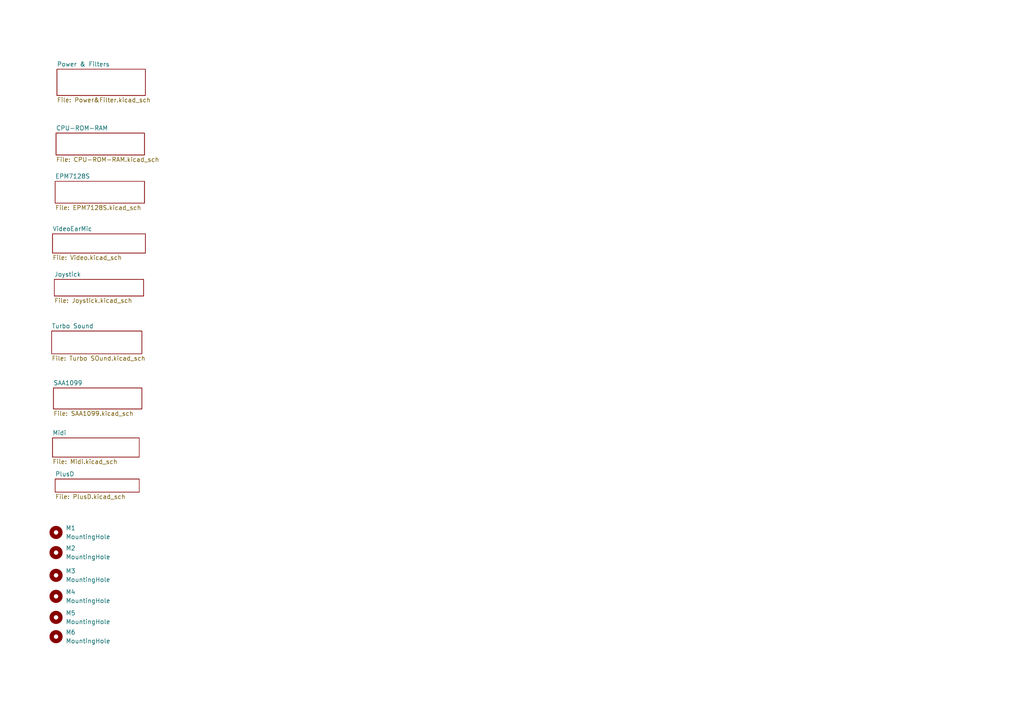
<source format=kicad_sch>
(kicad_sch
	(version 20250114)
	(generator "eeschema")
	(generator_version "9.0")
	(uuid "146308b4-769b-4acb-acdb-ba3d983fa25f")
	(paper "A4")
	(lib_symbols
		(symbol "Max128_Issue5:MountingHole"
			(pin_names
				(offset 1.016)
			)
			(exclude_from_sim no)
			(in_bom no)
			(on_board yes)
			(property "Reference" "H"
				(at 0 5.08 0)
				(effects
					(font
						(size 1.27 1.27)
					)
				)
			)
			(property "Value" "MountingHole"
				(at 0 3.175 0)
				(effects
					(font
						(size 1.27 1.27)
					)
				)
			)
			(property "Footprint" "Mod:MountingHole_3.2mm_M3_DIN965"
				(at 0 0 0)
				(effects
					(font
						(size 1.27 1.27)
					)
					(hide yes)
				)
			)
			(property "Datasheet" "~"
				(at 0 0 0)
				(effects
					(font
						(size 1.27 1.27)
					)
					(hide yes)
				)
			)
			(property "Description" "Mounting Hole without connection"
				(at 0 0 0)
				(effects
					(font
						(size 1.27 1.27)
					)
					(hide yes)
				)
			)
			(property "ki_keywords" "mounting hole"
				(at 0 0 0)
				(effects
					(font
						(size 1.27 1.27)
					)
					(hide yes)
				)
			)
			(property "ki_fp_filters" "MountingHole*"
				(at 0 0 0)
				(effects
					(font
						(size 1.27 1.27)
					)
					(hide yes)
				)
			)
			(symbol "MountingHole_0_1"
				(circle
					(center 0 0)
					(radius 1.27)
					(stroke
						(width 1.27)
						(type default)
					)
					(fill
						(type none)
					)
				)
			)
			(embedded_fonts no)
		)
	)
	(symbol
		(lib_id "Max128_Issue5:MountingHole")
		(at 16.256 172.974 0)
		(unit 1)
		(exclude_from_sim no)
		(in_bom no)
		(on_board yes)
		(dnp no)
		(fields_autoplaced yes)
		(uuid "156b69b5-3c79-4da9-b045-8a28861ee803")
		(property "Reference" "M4"
			(at 19.05 171.7039 0)
			(effects
				(font
					(size 1.27 1.27)
				)
				(justify left)
			)
		)
		(property "Value" "MountingHole"
			(at 19.05 174.2439 0)
			(effects
				(font
					(size 1.27 1.27)
				)
				(justify left)
			)
		)
		(property "Footprint" "Mod:MountingHole_3.2mm_M3_DIN965"
			(at 16.256 172.974 0)
			(effects
				(font
					(size 1.27 1.27)
				)
				(hide yes)
			)
		)
		(property "Datasheet" "~"
			(at 16.256 172.974 0)
			(effects
				(font
					(size 1.27 1.27)
				)
				(hide yes)
			)
		)
		(property "Description" "Mounting Hole without connection"
			(at 16.256 172.974 0)
			(effects
				(font
					(size 1.27 1.27)
				)
				(hide yes)
			)
		)
		(instances
			(project "ZX Max 128 PlusD Issue1"
				(path "/146308b4-769b-4acb-acdb-ba3d983fa25f"
					(reference "M4")
					(unit 1)
				)
			)
		)
	)
	(symbol
		(lib_id "Max128_Issue5:MountingHole")
		(at 16.256 179.07 0)
		(unit 1)
		(exclude_from_sim no)
		(in_bom no)
		(on_board yes)
		(dnp no)
		(fields_autoplaced yes)
		(uuid "19650ccd-5106-4562-8a6c-fda2598cdf67")
		(property "Reference" "M5"
			(at 19.05 177.7999 0)
			(effects
				(font
					(size 1.27 1.27)
				)
				(justify left)
			)
		)
		(property "Value" "MountingHole"
			(at 19.05 180.3399 0)
			(effects
				(font
					(size 1.27 1.27)
				)
				(justify left)
			)
		)
		(property "Footprint" "Mod:MountingHole_3.2mm_M3_DIN965"
			(at 16.256 179.07 0)
			(effects
				(font
					(size 1.27 1.27)
				)
				(hide yes)
			)
		)
		(property "Datasheet" "~"
			(at 16.256 179.07 0)
			(effects
				(font
					(size 1.27 1.27)
				)
				(hide yes)
			)
		)
		(property "Description" "Mounting Hole without connection"
			(at 16.256 179.07 0)
			(effects
				(font
					(size 1.27 1.27)
				)
				(hide yes)
			)
		)
		(instances
			(project "ZX Max 128 PlusD Issue1"
				(path "/146308b4-769b-4acb-acdb-ba3d983fa25f"
					(reference "M5")
					(unit 1)
				)
			)
		)
	)
	(symbol
		(lib_id "Max128_Issue5:MountingHole")
		(at 16.256 184.658 0)
		(unit 1)
		(exclude_from_sim no)
		(in_bom no)
		(on_board yes)
		(dnp no)
		(fields_autoplaced yes)
		(uuid "1aef963f-0a92-4830-9e6a-5347922dc98d")
		(property "Reference" "M6"
			(at 19.05 183.3879 0)
			(effects
				(font
					(size 1.27 1.27)
				)
				(justify left)
			)
		)
		(property "Value" "MountingHole"
			(at 19.05 185.9279 0)
			(effects
				(font
					(size 1.27 1.27)
				)
				(justify left)
			)
		)
		(property "Footprint" "Mod:MountingHole_3.2mm_M3_DIN965"
			(at 16.256 184.658 0)
			(effects
				(font
					(size 1.27 1.27)
				)
				(hide yes)
			)
		)
		(property "Datasheet" "~"
			(at 16.256 184.658 0)
			(effects
				(font
					(size 1.27 1.27)
				)
				(hide yes)
			)
		)
		(property "Description" "Mounting Hole without connection"
			(at 16.256 184.658 0)
			(effects
				(font
					(size 1.27 1.27)
				)
				(hide yes)
			)
		)
		(instances
			(project "ZX Max 128 PlusD Issue1"
				(path "/146308b4-769b-4acb-acdb-ba3d983fa25f"
					(reference "M6")
					(unit 1)
				)
			)
		)
	)
	(symbol
		(lib_id "Max128_Issue5:MountingHole")
		(at 16.256 166.878 0)
		(unit 1)
		(exclude_from_sim no)
		(in_bom no)
		(on_board yes)
		(dnp no)
		(fields_autoplaced yes)
		(uuid "7e0c9e3d-7863-4dab-920c-f20c22c9dc2d")
		(property "Reference" "M3"
			(at 19.05 165.6079 0)
			(effects
				(font
					(size 1.27 1.27)
				)
				(justify left)
			)
		)
		(property "Value" "MountingHole"
			(at 19.05 168.1479 0)
			(effects
				(font
					(size 1.27 1.27)
				)
				(justify left)
			)
		)
		(property "Footprint" "Mod:MountingHole_3.2mm_M3_DIN965"
			(at 16.256 166.878 0)
			(effects
				(font
					(size 1.27 1.27)
				)
				(hide yes)
			)
		)
		(property "Datasheet" "~"
			(at 16.256 166.878 0)
			(effects
				(font
					(size 1.27 1.27)
				)
				(hide yes)
			)
		)
		(property "Description" "Mounting Hole without connection"
			(at 16.256 166.878 0)
			(effects
				(font
					(size 1.27 1.27)
				)
				(hide yes)
			)
		)
		(instances
			(project "ZX Max 128 PlusD Issue1"
				(path "/146308b4-769b-4acb-acdb-ba3d983fa25f"
					(reference "M3")
					(unit 1)
				)
			)
		)
	)
	(symbol
		(lib_id "Max128_Issue5:MountingHole")
		(at 16.256 160.274 0)
		(unit 1)
		(exclude_from_sim no)
		(in_bom no)
		(on_board yes)
		(dnp no)
		(fields_autoplaced yes)
		(uuid "9380ef33-0bfa-4853-9908-f37f4a28a752")
		(property "Reference" "M2"
			(at 19.05 159.0039 0)
			(effects
				(font
					(size 1.27 1.27)
				)
				(justify left)
			)
		)
		(property "Value" "MountingHole"
			(at 19.05 161.5439 0)
			(effects
				(font
					(size 1.27 1.27)
				)
				(justify left)
			)
		)
		(property "Footprint" "Mod:MountingHole_3.2mm_M3_DIN965"
			(at 16.256 160.274 0)
			(effects
				(font
					(size 1.27 1.27)
				)
				(hide yes)
			)
		)
		(property "Datasheet" "~"
			(at 16.256 160.274 0)
			(effects
				(font
					(size 1.27 1.27)
				)
				(hide yes)
			)
		)
		(property "Description" "Mounting Hole without connection"
			(at 16.256 160.274 0)
			(effects
				(font
					(size 1.27 1.27)
				)
				(hide yes)
			)
		)
		(instances
			(project "ZX Max 128 PlusD Issue1"
				(path "/146308b4-769b-4acb-acdb-ba3d983fa25f"
					(reference "M2")
					(unit 1)
				)
			)
		)
	)
	(symbol
		(lib_id "Max128_Issue5:MountingHole")
		(at 16.256 154.432 0)
		(unit 1)
		(exclude_from_sim no)
		(in_bom no)
		(on_board yes)
		(dnp no)
		(fields_autoplaced yes)
		(uuid "aab4e69b-2bcd-4757-9b39-08786455f9be")
		(property "Reference" "M1"
			(at 19.05 153.1619 0)
			(effects
				(font
					(size 1.27 1.27)
				)
				(justify left)
			)
		)
		(property "Value" "MountingHole"
			(at 19.05 155.7019 0)
			(effects
				(font
					(size 1.27 1.27)
				)
				(justify left)
			)
		)
		(property "Footprint" "Mod:MountingHole_3.2mm_M3_DIN965"
			(at 16.256 154.432 0)
			(effects
				(font
					(size 1.27 1.27)
				)
				(hide yes)
			)
		)
		(property "Datasheet" "~"
			(at 16.256 154.432 0)
			(effects
				(font
					(size 1.27 1.27)
				)
				(hide yes)
			)
		)
		(property "Description" "Mounting Hole without connection"
			(at 16.256 154.432 0)
			(effects
				(font
					(size 1.27 1.27)
				)
				(hide yes)
			)
		)
		(instances
			(project ""
				(path "/146308b4-769b-4acb-acdb-ba3d983fa25f"
					(reference "M1")
					(unit 1)
				)
			)
		)
	)
	(sheet
		(at 15.748 81.026)
		(size 25.908 4.826)
		(exclude_from_sim no)
		(in_bom yes)
		(on_board yes)
		(dnp no)
		(fields_autoplaced yes)
		(stroke
			(width 0.1524)
			(type solid)
		)
		(fill
			(color 0 0 0 0.0000)
		)
		(uuid "0d14a507-e53e-49b0-a4f5-b27cab7689ce")
		(property "Sheetname" "Joystick"
			(at 15.748 80.3144 0)
			(effects
				(font
					(size 1.27 1.27)
				)
				(justify left bottom)
			)
		)
		(property "Sheetfile" "Joystick.kicad_sch"
			(at 15.748 86.4366 0)
			(effects
				(font
					(size 1.27 1.27)
				)
				(justify left top)
			)
		)
		(instances
			(project "ZX Max 128 PlusD Issue1"
				(path "/146308b4-769b-4acb-acdb-ba3d983fa25f"
					(page "6")
				)
			)
		)
	)
	(sheet
		(at 15.24 127)
		(size 25.146 5.588)
		(exclude_from_sim no)
		(in_bom yes)
		(on_board yes)
		(dnp no)
		(fields_autoplaced yes)
		(stroke
			(width 0.1524)
			(type solid)
		)
		(fill
			(color 0 0 0 0.0000)
		)
		(uuid "149294fb-9844-4165-a173-a9730edf4b93")
		(property "Sheetname" "Midi"
			(at 15.24 126.2884 0)
			(effects
				(font
					(size 1.27 1.27)
				)
				(justify left bottom)
			)
		)
		(property "Sheetfile" "Midi.kicad_sch"
			(at 15.24 133.1726 0)
			(effects
				(font
					(size 1.27 1.27)
				)
				(justify left top)
			)
		)
		(instances
			(project "ZX Max 128 PlusD Issue1"
				(path "/146308b4-769b-4acb-acdb-ba3d983fa25f"
					(page "9")
				)
			)
		)
	)
	(sheet
		(at 15.494 112.522)
		(size 25.654 6.096)
		(exclude_from_sim no)
		(in_bom yes)
		(on_board yes)
		(dnp no)
		(fields_autoplaced yes)
		(stroke
			(width 0.1524)
			(type solid)
		)
		(fill
			(color 0 0 0 0.0000)
		)
		(uuid "427a3d71-2b03-4e9e-9bc2-0061962077b7")
		(property "Sheetname" "SAA1099"
			(at 15.494 111.8104 0)
			(effects
				(font
					(size 1.27 1.27)
				)
				(justify left bottom)
			)
		)
		(property "Sheetfile" "SAA1099.kicad_sch"
			(at 15.494 119.2026 0)
			(effects
				(font
					(size 1.27 1.27)
				)
				(justify left top)
			)
		)
		(instances
			(project "ZX Max 128 PlusD Issue1"
				(path "/146308b4-769b-4acb-acdb-ba3d983fa25f"
					(page "8")
				)
			)
		)
	)
	(sheet
		(at 16.256 38.608)
		(size 25.654 6.35)
		(exclude_from_sim no)
		(in_bom yes)
		(on_board yes)
		(dnp no)
		(fields_autoplaced yes)
		(stroke
			(width 0.1524)
			(type solid)
		)
		(fill
			(color 0 0 0 0.0000)
		)
		(uuid "4e3b9a4f-8d8c-4196-8d28-700842aaab3d")
		(property "Sheetname" "CPU-ROM-RAM"
			(at 16.256 37.8964 0)
			(effects
				(font
					(size 1.27 1.27)
				)
				(justify left bottom)
			)
		)
		(property "Sheetfile" "CPU-ROM-RAM.kicad_sch"
			(at 16.256 45.5426 0)
			(effects
				(font
					(size 1.27 1.27)
				)
				(justify left top)
			)
		)
		(instances
			(project "ZX Max 128 PlusD Issue1"
				(path "/146308b4-769b-4acb-acdb-ba3d983fa25f"
					(page "3")
				)
			)
		)
	)
	(sheet
		(at 15.24 67.818)
		(size 26.924 5.588)
		(exclude_from_sim no)
		(in_bom yes)
		(on_board yes)
		(dnp no)
		(fields_autoplaced yes)
		(stroke
			(width 0.1524)
			(type solid)
		)
		(fill
			(color 0 0 0 0.0000)
		)
		(uuid "502198b2-5278-40e3-b345-7ab575ef589b")
		(property "Sheetname" "VideoEarMic"
			(at 15.24 67.1064 0)
			(effects
				(font
					(size 1.27 1.27)
				)
				(justify left bottom)
			)
		)
		(property "Sheetfile" "Video.kicad_sch"
			(at 15.24 73.9906 0)
			(effects
				(font
					(size 1.27 1.27)
				)
				(justify left top)
			)
		)
		(instances
			(project "ZX Max 128 PlusD Issue1"
				(path "/146308b4-769b-4acb-acdb-ba3d983fa25f"
					(page "5")
				)
			)
		)
	)
	(sheet
		(at 14.986 96.012)
		(size 26.162 6.604)
		(exclude_from_sim no)
		(in_bom yes)
		(on_board yes)
		(dnp no)
		(fields_autoplaced yes)
		(stroke
			(width 0.1524)
			(type solid)
		)
		(fill
			(color 0 0 0 0.0000)
		)
		(uuid "f9af6afc-dcde-468f-a393-25998640b5b7")
		(property "Sheetname" "Turbo Sound"
			(at 14.986 95.3004 0)
			(effects
				(font
					(size 1.27 1.27)
				)
				(justify left bottom)
			)
		)
		(property "Sheetfile" "Turbo SOund.kicad_sch"
			(at 14.986 103.2006 0)
			(effects
				(font
					(size 1.27 1.27)
				)
				(justify left top)
			)
		)
		(instances
			(project "ZX Max 128 PlusD Issue1"
				(path "/146308b4-769b-4acb-acdb-ba3d983fa25f"
					(page "7")
				)
			)
		)
	)
	(sheet
		(at 16.002 138.938)
		(size 24.384 3.81)
		(exclude_from_sim no)
		(in_bom yes)
		(on_board yes)
		(dnp no)
		(fields_autoplaced yes)
		(stroke
			(width 0.1524)
			(type solid)
		)
		(fill
			(color 0 0 0 0.0000)
		)
		(uuid "fa4036eb-87b2-4579-94d0-38b349c10e79")
		(property "Sheetname" "PlusD"
			(at 16.002 138.2264 0)
			(effects
				(font
					(size 1.27 1.27)
				)
				(justify left bottom)
			)
		)
		(property "Sheetfile" "PlusD.kicad_sch"
			(at 16.002 143.3326 0)
			(effects
				(font
					(size 1.27 1.27)
				)
				(justify left top)
			)
		)
		(instances
			(project "ZX Max 128 PlusD Issue1"
				(path "/146308b4-769b-4acb-acdb-ba3d983fa25f"
					(page "10")
				)
			)
		)
	)
	(sheet
		(at 16.002 52.578)
		(size 25.908 6.35)
		(exclude_from_sim no)
		(in_bom yes)
		(on_board yes)
		(dnp no)
		(fields_autoplaced yes)
		(stroke
			(width 0.1524)
			(type solid)
		)
		(fill
			(color 0 0 0 0.0000)
		)
		(uuid "fc908cf3-03a2-447d-a1b2-6d7454341b90")
		(property "Sheetname" "EPM7128S"
			(at 16.002 51.8664 0)
			(effects
				(font
					(size 1.27 1.27)
				)
				(justify left bottom)
			)
		)
		(property "Sheetfile" "EPM7128S.kicad_sch"
			(at 16.002 59.5126 0)
			(effects
				(font
					(size 1.27 1.27)
				)
				(justify left top)
			)
		)
		(instances
			(project "ZX Max 128 PlusD Issue1"
				(path "/146308b4-769b-4acb-acdb-ba3d983fa25f"
					(page "4")
				)
			)
		)
	)
	(sheet
		(at 16.51 20.066)
		(size 25.654 7.62)
		(exclude_from_sim no)
		(in_bom yes)
		(on_board yes)
		(dnp no)
		(fields_autoplaced yes)
		(stroke
			(width 0.1524)
			(type solid)
		)
		(fill
			(color 0 0 0 0.0000)
		)
		(uuid "fcbcbcef-32af-4b3a-b561-b56d9425227d")
		(property "Sheetname" "Power & Filters"
			(at 16.51 19.3544 0)
			(effects
				(font
					(size 1.27 1.27)
				)
				(justify left bottom)
			)
		)
		(property "Sheetfile" "Power&Filter.kicad_sch"
			(at 16.51 28.2706 0)
			(effects
				(font
					(size 1.27 1.27)
				)
				(justify left top)
			)
		)
		(instances
			(project "ZX Max 128 PlusD Issue1"
				(path "/146308b4-769b-4acb-acdb-ba3d983fa25f"
					(page "2")
				)
			)
		)
	)
	(sheet_instances
		(path "/"
			(page "1")
		)
	)
	(embedded_fonts no)
)

</source>
